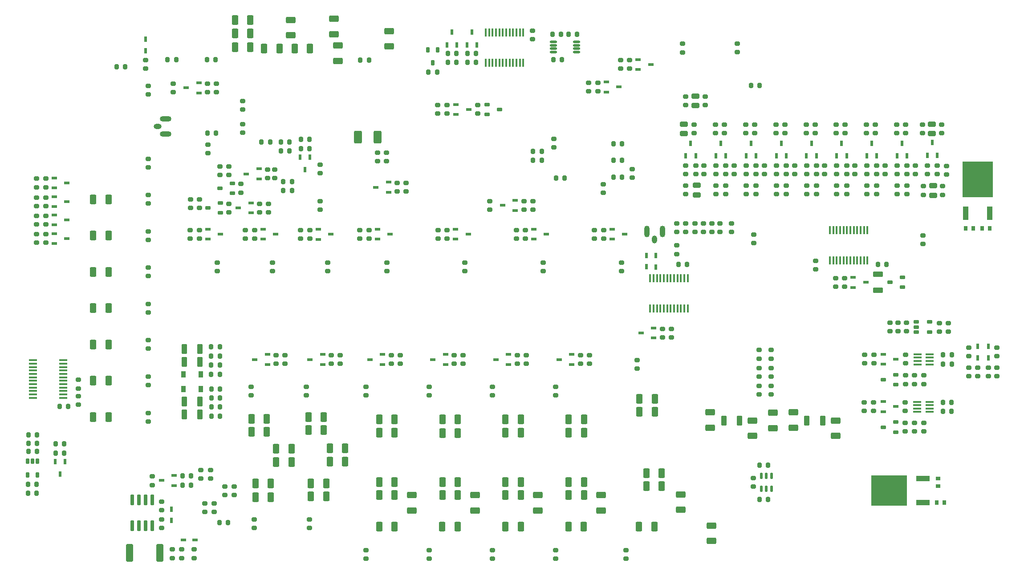
<source format=gbp>
G04*
G04 #@! TF.GenerationSoftware,Altium Limited,Altium Designer,24.4.1 (13)*
G04*
G04 Layer_Color=128*
%FSLAX26Y26*%
%MOIN*%
G70*
G04*
G04 #@! TF.SameCoordinates,3F108B2F-3CCF-4823-96B3-378CED877835*
G04*
G04*
G04 #@! TF.FilePolarity,Positive*
G04*
G01*
G75*
G04:AMPARAMS|DCode=23|XSize=31.496mil|YSize=37.402mil|CornerRadius=5.197mil|HoleSize=0mil|Usage=FLASHONLY|Rotation=180.000|XOffset=0mil|YOffset=0mil|HoleType=Round|Shape=RoundedRectangle|*
%AMROUNDEDRECTD23*
21,1,0.031496,0.027008,0,0,180.0*
21,1,0.021102,0.037402,0,0,180.0*
1,1,0.010394,-0.010551,0.013504*
1,1,0.010394,0.010551,0.013504*
1,1,0.010394,0.010551,-0.013504*
1,1,0.010394,-0.010551,-0.013504*
%
%ADD23ROUNDEDRECTD23*%
G04:AMPARAMS|DCode=24|XSize=31.496mil|YSize=37.402mil|CornerRadius=5.197mil|HoleSize=0mil|Usage=FLASHONLY|Rotation=270.000|XOffset=0mil|YOffset=0mil|HoleType=Round|Shape=RoundedRectangle|*
%AMROUNDEDRECTD24*
21,1,0.031496,0.027008,0,0,270.0*
21,1,0.021102,0.037402,0,0,270.0*
1,1,0.010394,-0.013504,-0.010551*
1,1,0.010394,-0.013504,0.010551*
1,1,0.010394,0.013504,0.010551*
1,1,0.010394,0.013504,-0.010551*
%
%ADD24ROUNDEDRECTD24*%
G04:AMPARAMS|DCode=30|XSize=41.732mil|YSize=19.685mil|CornerRadius=1.968mil|HoleSize=0mil|Usage=FLASHONLY|Rotation=0.000|XOffset=0mil|YOffset=0mil|HoleType=Round|Shape=RoundedRectangle|*
%AMROUNDEDRECTD30*
21,1,0.041732,0.015748,0,0,0.0*
21,1,0.037795,0.019685,0,0,0.0*
1,1,0.003937,0.018898,-0.007874*
1,1,0.003937,-0.018898,-0.007874*
1,1,0.003937,-0.018898,0.007874*
1,1,0.003937,0.018898,0.007874*
%
%ADD30ROUNDEDRECTD30*%
G04:AMPARAMS|DCode=40|XSize=59.055mil|YSize=94.488mil|CornerRadius=10.335mil|HoleSize=0mil|Usage=FLASHONLY|Rotation=180.000|XOffset=0mil|YOffset=0mil|HoleType=Round|Shape=RoundedRectangle|*
%AMROUNDEDRECTD40*
21,1,0.059055,0.073819,0,0,180.0*
21,1,0.038386,0.094488,0,0,180.0*
1,1,0.020669,-0.019193,0.036910*
1,1,0.020669,0.019193,0.036910*
1,1,0.020669,0.019193,-0.036910*
1,1,0.020669,-0.019193,-0.036910*
%
%ADD40ROUNDEDRECTD40*%
G04:AMPARAMS|DCode=45|XSize=39.37mil|YSize=59.055mil|CornerRadius=6.496mil|HoleSize=0mil|Usage=FLASHONLY|Rotation=270.000|XOffset=0mil|YOffset=0mil|HoleType=Round|Shape=RoundedRectangle|*
%AMROUNDEDRECTD45*
21,1,0.039370,0.046063,0,0,270.0*
21,1,0.026378,0.059055,0,0,270.0*
1,1,0.012992,-0.023032,-0.013189*
1,1,0.012992,-0.023032,0.013189*
1,1,0.012992,0.023032,0.013189*
1,1,0.012992,0.023032,-0.013189*
%
%ADD45ROUNDEDRECTD45*%
G04:AMPARAMS|DCode=54|XSize=27.559mil|YSize=36.614mil|CornerRadius=4.547mil|HoleSize=0mil|Usage=FLASHONLY|Rotation=0.000|XOffset=0mil|YOffset=0mil|HoleType=Round|Shape=RoundedRectangle|*
%AMROUNDEDRECTD54*
21,1,0.027559,0.027520,0,0,0.0*
21,1,0.018465,0.036614,0,0,0.0*
1,1,0.009094,0.009232,-0.013760*
1,1,0.009094,-0.009232,-0.013760*
1,1,0.009094,-0.009232,0.013760*
1,1,0.009094,0.009232,0.013760*
%
%ADD54ROUNDEDRECTD54*%
%ADD55R,0.023622X0.043307*%
%ADD56R,0.043307X0.023622*%
G04:AMPARAMS|DCode=57|XSize=23.622mil|YSize=39.37mil|CornerRadius=3.543mil|HoleSize=0mil|Usage=FLASHONLY|Rotation=270.000|XOffset=0mil|YOffset=0mil|HoleType=Round|Shape=RoundedRectangle|*
%AMROUNDEDRECTD57*
21,1,0.023622,0.032283,0,0,270.0*
21,1,0.016535,0.039370,0,0,270.0*
1,1,0.007087,-0.016142,-0.008268*
1,1,0.007087,-0.016142,0.008268*
1,1,0.007087,0.016142,0.008268*
1,1,0.007087,0.016142,-0.008268*
%
%ADD57ROUNDEDRECTD57*%
%ADD66O,0.086614X0.041339*%
%ADD67O,0.059055X0.039370*%
G04:AMPARAMS|DCode=80|XSize=41.732mil|YSize=19.685mil|CornerRadius=1.968mil|HoleSize=0mil|Usage=FLASHONLY|Rotation=90.000|XOffset=0mil|YOffset=0mil|HoleType=Round|Shape=RoundedRectangle|*
%AMROUNDEDRECTD80*
21,1,0.041732,0.015748,0,0,90.0*
21,1,0.037795,0.019685,0,0,90.0*
1,1,0.003937,0.007874,0.018898*
1,1,0.003937,0.007874,-0.018898*
1,1,0.003937,-0.007874,-0.018898*
1,1,0.003937,-0.007874,0.018898*
%
%ADD80ROUNDEDRECTD80*%
G04:AMPARAMS|DCode=124|XSize=47.638mil|YSize=71.653mil|CornerRadius=7.86mil|HoleSize=0mil|Usage=FLASHONLY|Rotation=270.000|XOffset=0mil|YOffset=0mil|HoleType=Round|Shape=RoundedRectangle|*
%AMROUNDEDRECTD124*
21,1,0.047638,0.055933,0,0,270.0*
21,1,0.031917,0.071653,0,0,270.0*
1,1,0.015720,-0.027967,-0.015959*
1,1,0.015720,-0.027967,0.015959*
1,1,0.015720,0.027967,0.015959*
1,1,0.015720,0.027967,-0.015959*
%
%ADD124ROUNDEDRECTD124*%
%ADD125O,0.057087X0.017716*%
%ADD126R,0.102362X0.039370*%
%ADD127R,0.267716X0.228346*%
%ADD128O,0.021654X0.050787*%
G04:AMPARAMS|DCode=129|XSize=43.307mil|YSize=70.866mil|CornerRadius=4.331mil|HoleSize=0mil|Usage=FLASHONLY|Rotation=0.000|XOffset=0mil|YOffset=0mil|HoleType=Round|Shape=RoundedRectangle|*
%AMROUNDEDRECTD129*
21,1,0.043307,0.062205,0,0,0.0*
21,1,0.034646,0.070866,0,0,0.0*
1,1,0.008661,0.017323,-0.031102*
1,1,0.008661,-0.017323,-0.031102*
1,1,0.008661,-0.017323,0.031102*
1,1,0.008661,0.017323,0.031102*
%
%ADD129ROUNDEDRECTD129*%
G04:AMPARAMS|DCode=130|XSize=47.638mil|YSize=71.653mil|CornerRadius=7.86mil|HoleSize=0mil|Usage=FLASHONLY|Rotation=180.000|XOffset=0mil|YOffset=0mil|HoleType=Round|Shape=RoundedRectangle|*
%AMROUNDEDRECTD130*
21,1,0.047638,0.055933,0,0,180.0*
21,1,0.031917,0.071653,0,0,180.0*
1,1,0.015720,-0.015959,0.027967*
1,1,0.015720,0.015959,0.027967*
1,1,0.015720,0.015959,-0.027967*
1,1,0.015720,-0.015959,-0.027967*
%
%ADD130ROUNDEDRECTD130*%
G04:AMPARAMS|DCode=131|XSize=27.559mil|YSize=36.614mil|CornerRadius=4.547mil|HoleSize=0mil|Usage=FLASHONLY|Rotation=90.000|XOffset=0mil|YOffset=0mil|HoleType=Round|Shape=RoundedRectangle|*
%AMROUNDEDRECTD131*
21,1,0.027559,0.027520,0,0,90.0*
21,1,0.018465,0.036614,0,0,90.0*
1,1,0.009094,0.013760,0.009232*
1,1,0.009094,0.013760,-0.009232*
1,1,0.009094,-0.013760,-0.009232*
1,1,0.009094,-0.013760,0.009232*
%
%ADD131ROUNDEDRECTD131*%
%ADD132O,0.016142X0.061811*%
%ADD133R,0.228346X0.267716*%
%ADD134R,0.039370X0.102362*%
%ADD135R,0.060000X0.017000*%
G04:AMPARAMS|DCode=136|XSize=23.622mil|YSize=78.74mil|CornerRadius=4.134mil|HoleSize=0mil|Usage=FLASHONLY|Rotation=180.000|XOffset=0mil|YOffset=0mil|HoleType=Round|Shape=RoundedRectangle|*
%AMROUNDEDRECTD136*
21,1,0.023622,0.070473,0,0,180.0*
21,1,0.015354,0.078740,0,0,180.0*
1,1,0.008268,-0.007677,0.035236*
1,1,0.008268,0.007677,0.035236*
1,1,0.008268,0.007677,-0.035236*
1,1,0.008268,-0.007677,-0.035236*
%
%ADD136ROUNDEDRECTD136*%
G04:AMPARAMS|DCode=137|XSize=23.622mil|YSize=39.37mil|CornerRadius=3.543mil|HoleSize=0mil|Usage=FLASHONLY|Rotation=180.000|XOffset=0mil|YOffset=0mil|HoleType=Round|Shape=RoundedRectangle|*
%AMROUNDEDRECTD137*
21,1,0.023622,0.032283,0,0,180.0*
21,1,0.016535,0.039370,0,0,180.0*
1,1,0.007087,-0.008268,0.016142*
1,1,0.007087,0.008268,0.016142*
1,1,0.007087,0.008268,-0.016142*
1,1,0.007087,-0.008268,-0.016142*
%
%ADD137ROUNDEDRECTD137*%
%ADD138R,0.035827X0.048032*%
%ADD139O,0.061811X0.016142*%
G04:AMPARAMS|DCode=140|XSize=43.307mil|YSize=23.622mil|CornerRadius=4.134mil|HoleSize=0mil|Usage=FLASHONLY|Rotation=270.000|XOffset=0mil|YOffset=0mil|HoleType=Round|Shape=RoundedRectangle|*
%AMROUNDEDRECTD140*
21,1,0.043307,0.015354,0,0,270.0*
21,1,0.035039,0.023622,0,0,270.0*
1,1,0.008268,-0.007677,-0.017520*
1,1,0.008268,-0.007677,0.017520*
1,1,0.008268,0.007677,0.017520*
1,1,0.008268,0.007677,-0.017520*
%
%ADD140ROUNDEDRECTD140*%
%ADD141O,0.039370X0.059055*%
%ADD142O,0.041339X0.086614*%
G04:AMPARAMS|DCode=143|XSize=43.307mil|YSize=23.622mil|CornerRadius=4.134mil|HoleSize=0mil|Usage=FLASHONLY|Rotation=0.000|XOffset=0mil|YOffset=0mil|HoleType=Round|Shape=RoundedRectangle|*
%AMROUNDEDRECTD143*
21,1,0.043307,0.015354,0,0,0.0*
21,1,0.035039,0.023622,0,0,0.0*
1,1,0.008268,0.017520,-0.007677*
1,1,0.008268,-0.017520,-0.007677*
1,1,0.008268,-0.017520,0.007677*
1,1,0.008268,0.017520,0.007677*
%
%ADD143ROUNDEDRECTD143*%
G04:AMPARAMS|DCode=144|XSize=43.307mil|YSize=70.866mil|CornerRadius=4.331mil|HoleSize=0mil|Usage=FLASHONLY|Rotation=90.000|XOffset=0mil|YOffset=0mil|HoleType=Round|Shape=RoundedRectangle|*
%AMROUNDEDRECTD144*
21,1,0.043307,0.062205,0,0,90.0*
21,1,0.034646,0.070866,0,0,90.0*
1,1,0.008661,0.031102,0.017323*
1,1,0.008661,0.031102,-0.017323*
1,1,0.008661,-0.031102,-0.017323*
1,1,0.008661,-0.031102,0.017323*
%
%ADD144ROUNDEDRECTD144*%
G04:AMPARAMS|DCode=145|XSize=51.181mil|YSize=131.89mil|CornerRadius=5.118mil|HoleSize=0mil|Usage=FLASHONLY|Rotation=180.000|XOffset=0mil|YOffset=0mil|HoleType=Round|Shape=RoundedRectangle|*
%AMROUNDEDRECTD145*
21,1,0.051181,0.121654,0,0,180.0*
21,1,0.040945,0.131890,0,0,180.0*
1,1,0.010236,-0.020473,0.060827*
1,1,0.010236,0.020473,0.060827*
1,1,0.010236,0.020473,-0.060827*
1,1,0.010236,-0.020473,-0.060827*
%
%ADD145ROUNDEDRECTD145*%
D23*
X2220550Y3307636D02*
D03*
X2156771D02*
D03*
X2220550Y3239723D02*
D03*
X2156771D02*
D03*
X2089961Y2992126D02*
D03*
X2026181D02*
D03*
Y2926181D02*
D03*
X2089961D02*
D03*
X4041929Y4095472D02*
D03*
X4105709D02*
D03*
X4225787D02*
D03*
X4162008D02*
D03*
X4111024Y3904921D02*
D03*
X4047244D02*
D03*
X5592126Y612211D02*
D03*
X5655905D02*
D03*
Y870079D02*
D03*
X5592126D02*
D03*
X1926491Y3288935D02*
D03*
X1862711D02*
D03*
X2006991D02*
D03*
X2070771D02*
D03*
X2007480Y3222242D02*
D03*
X2071260D02*
D03*
X6476378Y2372835D02*
D03*
X6540158D02*
D03*
X5592323Y3710630D02*
D03*
X5528543D02*
D03*
X1611614Y439961D02*
D03*
X1547835D02*
D03*
X4562402Y3275591D02*
D03*
X4498622D02*
D03*
X180512Y1095473D02*
D03*
X116732D02*
D03*
X7028938Y1271230D02*
D03*
X6965159D02*
D03*
X842913Y3852362D02*
D03*
X779134D02*
D03*
X321861Y1027544D02*
D03*
X385641D02*
D03*
X7029847Y1626621D02*
D03*
X6966067D02*
D03*
X3469488Y3884685D02*
D03*
X3405709D02*
D03*
X3320276Y3884377D02*
D03*
X3256496D02*
D03*
X1549731Y1686024D02*
D03*
X1485951D02*
D03*
X1486345Y1304134D02*
D03*
X1550125Y1304134D02*
D03*
X1549731Y1618110D02*
D03*
X1485951D02*
D03*
X1550125Y1372047D02*
D03*
X1486345D02*
D03*
X1334100Y718504D02*
D03*
X1270320D02*
D03*
X1270276Y787402D02*
D03*
X1334055D02*
D03*
X7028938Y1338758D02*
D03*
X6965159D02*
D03*
X7029847Y1694149D02*
D03*
X6966067D02*
D03*
X4130905Y3018701D02*
D03*
X4067126D02*
D03*
X385641Y959630D02*
D03*
X321861D02*
D03*
X116732Y971457D02*
D03*
X180512D02*
D03*
Y1033465D02*
D03*
X116732D02*
D03*
X113779Y724409D02*
D03*
X177559D02*
D03*
X113779Y657480D02*
D03*
X177559D02*
D03*
X350984Y1308071D02*
D03*
X414764D02*
D03*
X3405709Y3952599D02*
D03*
X3469488D02*
D03*
X3256496Y3952290D02*
D03*
X3320276D02*
D03*
X1159449Y3904528D02*
D03*
X1223229D02*
D03*
X1453346D02*
D03*
X1517126D02*
D03*
X2602559Y3902489D02*
D03*
X2666339D02*
D03*
X3176575Y3811024D02*
D03*
X3112795D02*
D03*
X1549731Y1753937D02*
D03*
X1485951D02*
D03*
X1550125Y1236221D02*
D03*
X1486345D02*
D03*
X1549731Y1550197D02*
D03*
X1485951D02*
D03*
X1486345Y1439960D02*
D03*
X1550125D02*
D03*
X4497834Y3024209D02*
D03*
X4561614D02*
D03*
X3960039Y3152559D02*
D03*
X3896260D02*
D03*
X3960039Y3218504D02*
D03*
X3896260D02*
D03*
X4497638Y3150591D02*
D03*
X4561417D02*
D03*
X1457283Y3355315D02*
D03*
X1521063D02*
D03*
X4983267Y2372834D02*
D03*
X5047047D02*
D03*
D24*
X2302165Y3054134D02*
D03*
Y3117914D02*
D03*
X492126Y1322544D02*
D03*
Y1386324D02*
D03*
Y1443504D02*
D03*
Y1507284D02*
D03*
X1847874Y2826509D02*
D03*
Y2762730D02*
D03*
X1914042D02*
D03*
Y2826509D02*
D03*
X1962598Y3017913D02*
D03*
Y3081693D02*
D03*
X5543307Y773032D02*
D03*
Y709252D02*
D03*
X6010885Y2334280D02*
D03*
Y2398060D02*
D03*
X5677165Y1730709D02*
D03*
Y1666929D02*
D03*
X5587598Y1730709D02*
D03*
Y1666929D02*
D03*
X5677165Y1596161D02*
D03*
Y1532382D02*
D03*
X5587598Y1596161D02*
D03*
Y1532382D02*
D03*
Y1461614D02*
D03*
Y1397834D02*
D03*
X5677165D02*
D03*
Y1461614D02*
D03*
X1708439Y2910355D02*
D03*
Y2974134D02*
D03*
X1908105Y3081693D02*
D03*
Y3017913D02*
D03*
X1619410Y2762992D02*
D03*
Y2826772D02*
D03*
X6810039Y3354921D02*
D03*
Y3418701D02*
D03*
X3894250Y2782088D02*
D03*
Y2845867D02*
D03*
X4550632Y3900985D02*
D03*
Y3837206D02*
D03*
X5424213Y3961220D02*
D03*
Y4025000D02*
D03*
X4311899Y3732472D02*
D03*
Y3668692D02*
D03*
X4379813D02*
D03*
Y3732472D02*
D03*
X1201772Y3662008D02*
D03*
Y3725787D02*
D03*
X1457242Y3725786D02*
D03*
Y3662007D02*
D03*
X1525156D02*
D03*
Y3725786D02*
D03*
X1481299Y769685D02*
D03*
Y833465D02*
D03*
X1409603Y769509D02*
D03*
Y833288D02*
D03*
X7368920Y1684646D02*
D03*
Y1748425D02*
D03*
X7158465D02*
D03*
Y1684646D02*
D03*
X7158377Y1535385D02*
D03*
Y1599165D02*
D03*
X7224322Y1535385D02*
D03*
Y1599165D02*
D03*
X7303063Y1535385D02*
D03*
Y1599165D02*
D03*
X7369007Y1535385D02*
D03*
Y1599165D02*
D03*
X4050197Y3249606D02*
D03*
Y3313386D02*
D03*
X3250000Y3500590D02*
D03*
Y3564370D02*
D03*
X3481299Y3500590D02*
D03*
Y3564370D02*
D03*
X3182087Y3565039D02*
D03*
Y3501260D02*
D03*
X4618545Y3837206D02*
D03*
Y3900985D02*
D03*
X5013780Y3960237D02*
D03*
Y4024016D02*
D03*
X1507680Y517338D02*
D03*
Y581118D02*
D03*
X1439459Y581130D02*
D03*
Y517351D02*
D03*
X1657480Y644291D02*
D03*
Y708071D02*
D03*
X1589567D02*
D03*
Y644291D02*
D03*
X1809055Y462992D02*
D03*
Y399212D02*
D03*
X994095Y3902953D02*
D03*
Y3839173D02*
D03*
X4972441Y2514173D02*
D03*
Y2450394D02*
D03*
X1113189Y594882D02*
D03*
X1044291Y720079D02*
D03*
X4590551Y168307D02*
D03*
Y232086D02*
D03*
X4676181Y1591141D02*
D03*
Y1654921D02*
D03*
X4063977Y168897D02*
D03*
Y232677D02*
D03*
X4063977Y1393307D02*
D03*
Y1457086D02*
D03*
X3590551Y168898D02*
D03*
Y232677D02*
D03*
X3590551Y1393307D02*
D03*
Y1457087D02*
D03*
X3118110Y168898D02*
D03*
Y232677D02*
D03*
X3118110Y1393307D02*
D03*
Y1457087D02*
D03*
X2645669Y168898D02*
D03*
Y232677D02*
D03*
X2645669Y1393307D02*
D03*
Y1457087D02*
D03*
X2222441Y399384D02*
D03*
Y463163D02*
D03*
X2197835Y1392322D02*
D03*
Y1456102D02*
D03*
X1784449Y1392913D02*
D03*
Y1456693D02*
D03*
X5339173Y3047835D02*
D03*
Y3111614D02*
D03*
X6243110Y3047835D02*
D03*
Y3111614D02*
D03*
X6017126Y3047835D02*
D03*
Y3111614D02*
D03*
X5791382Y3048074D02*
D03*
Y3111854D02*
D03*
X5565157Y3048228D02*
D03*
Y3112008D02*
D03*
X5265354Y3111614D02*
D03*
Y3047835D02*
D03*
X5491578Y3111854D02*
D03*
Y3048074D02*
D03*
X5717323Y3111614D02*
D03*
Y3047835D02*
D03*
X5943307Y3111614D02*
D03*
Y3047835D02*
D03*
X6169291Y3111614D02*
D03*
Y3047835D02*
D03*
X6395276Y3112008D02*
D03*
Y3048228D02*
D03*
X6305118Y3111614D02*
D03*
Y3047835D02*
D03*
X6079134Y3111614D02*
D03*
Y3047835D02*
D03*
X5853150Y3111614D02*
D03*
Y3047835D02*
D03*
X5627165Y3111614D02*
D03*
Y3047835D02*
D03*
X5401181Y3111614D02*
D03*
Y3047835D02*
D03*
X5175197Y3111614D02*
D03*
Y3047835D02*
D03*
X5113429Y3048074D02*
D03*
Y3111854D02*
D03*
X5039370Y3111614D02*
D03*
Y3047835D02*
D03*
X5036417Y2615945D02*
D03*
Y2679725D02*
D03*
X5382874Y2614961D02*
D03*
Y2678741D02*
D03*
X5294538Y2615738D02*
D03*
Y2679518D02*
D03*
X5233844Y2615743D02*
D03*
Y2679523D02*
D03*
X5170129Y2615749D02*
D03*
Y2679528D02*
D03*
X5106448Y2615749D02*
D03*
Y2679528D02*
D03*
X6819362Y2957372D02*
D03*
Y2893592D02*
D03*
X6160864Y2205906D02*
D03*
Y2269685D02*
D03*
X6617914Y3418976D02*
D03*
Y3355197D02*
D03*
X6621260Y2961417D02*
D03*
Y2897638D02*
D03*
X6391929Y3418976D02*
D03*
Y3355197D02*
D03*
X6395276Y2961417D02*
D03*
Y2897638D02*
D03*
X6165945Y3418976D02*
D03*
Y3355197D02*
D03*
X6169291Y2961024D02*
D03*
Y2897244D02*
D03*
X5713976Y3418976D02*
D03*
Y3355197D02*
D03*
X5717323Y2961024D02*
D03*
Y2897244D02*
D03*
X5939961Y3418976D02*
D03*
Y3355197D02*
D03*
X5943307Y2961024D02*
D03*
Y2897244D02*
D03*
X5487992Y3418976D02*
D03*
Y3355197D02*
D03*
X5491338Y2961024D02*
D03*
Y2897244D02*
D03*
X5262008Y3418976D02*
D03*
Y3355197D02*
D03*
X6992884Y3110049D02*
D03*
Y3046270D02*
D03*
X6847244Y3112008D02*
D03*
Y3048228D02*
D03*
X6757087Y3112008D02*
D03*
Y3048228D02*
D03*
X6621260Y3112008D02*
D03*
Y3048228D02*
D03*
X6531102Y3112008D02*
D03*
Y3048228D02*
D03*
X6375986Y1275372D02*
D03*
Y1339151D02*
D03*
X6376970Y1630687D02*
D03*
Y1694466D02*
D03*
X178976Y2950394D02*
D03*
Y3014173D02*
D03*
X1263780Y173819D02*
D03*
Y237599D02*
D03*
X1194882Y173819D02*
D03*
Y237599D02*
D03*
X6682088Y1121828D02*
D03*
Y1185608D02*
D03*
X6683072Y1477143D02*
D03*
Y1540923D02*
D03*
X178976Y2534055D02*
D03*
Y2597835D02*
D03*
X4355315Y2566535D02*
D03*
Y2630314D02*
D03*
X3769685Y2566536D02*
D03*
Y2630316D02*
D03*
X3184055Y2566535D02*
D03*
Y2630315D02*
D03*
X2598425Y2566535D02*
D03*
Y2630315D02*
D03*
X2155512Y2565945D02*
D03*
Y2629724D02*
D03*
X1742126Y2566535D02*
D03*
Y2630315D02*
D03*
X1328740Y2566535D02*
D03*
Y2630315D02*
D03*
X2945431Y2981692D02*
D03*
Y2917912D02*
D03*
X1359252Y237599D02*
D03*
Y173819D02*
D03*
X1044291Y783858D02*
D03*
X1113189Y531102D02*
D03*
X1113189Y398228D02*
D03*
Y462008D02*
D03*
X5265354Y2961024D02*
D03*
Y2897244D02*
D03*
X6821852Y1121828D02*
D03*
Y1185608D02*
D03*
X6751970D02*
D03*
Y1121828D02*
D03*
X6822836Y1477143D02*
D03*
Y1540923D02*
D03*
X6752954D02*
D03*
Y1477143D02*
D03*
X179134Y2809646D02*
D03*
Y2873425D02*
D03*
X178976Y2672835D02*
D03*
Y2736614D02*
D03*
X5038386Y3628347D02*
D03*
Y3564567D02*
D03*
X4930341Y1890157D02*
D03*
Y1826378D02*
D03*
X4318898Y1628543D02*
D03*
Y1692323D02*
D03*
X3844711Y1628543D02*
D03*
Y1692323D02*
D03*
X3372270Y1628543D02*
D03*
Y1692323D02*
D03*
X2899829Y1628543D02*
D03*
Y1692323D02*
D03*
X2451994Y1628543D02*
D03*
Y1692323D02*
D03*
X2038609Y1628149D02*
D03*
Y1691929D02*
D03*
X6566929Y1872638D02*
D03*
Y1936417D02*
D03*
X246890Y3014173D02*
D03*
Y2950394D02*
D03*
Y2597835D02*
D03*
Y2534055D02*
D03*
Y2873425D02*
D03*
Y2809646D02*
D03*
Y2736614D02*
D03*
Y2672835D02*
D03*
X6954204Y3418986D02*
D03*
Y3355206D02*
D03*
X6228778Y2269685D02*
D03*
Y2205906D02*
D03*
X6814238Y2525988D02*
D03*
Y2589767D02*
D03*
X5547505Y2596658D02*
D03*
Y2532878D02*
D03*
X6960110Y2893592D02*
D03*
Y2957372D02*
D03*
X6920909Y3048468D02*
D03*
Y3112248D02*
D03*
X6684843Y3355197D02*
D03*
Y3418976D02*
D03*
X6695079Y2961417D02*
D03*
Y2897638D02*
D03*
X6695319Y3048468D02*
D03*
Y3112248D02*
D03*
X6469095Y3048228D02*
D03*
Y3112008D02*
D03*
X2730521Y3144365D02*
D03*
Y3208145D02*
D03*
X2799213Y3144365D02*
D03*
Y3208145D02*
D03*
X1015748Y2284646D02*
D03*
Y2348426D02*
D03*
X1015748Y1468701D02*
D03*
Y1532481D02*
D03*
X1015748Y1740748D02*
D03*
Y1804528D02*
D03*
Y2012402D02*
D03*
Y2076182D02*
D03*
X1015748Y2556300D02*
D03*
Y2620079D02*
D03*
X1015748Y2828347D02*
D03*
Y2892126D02*
D03*
X1016146Y1196496D02*
D03*
Y1260276D02*
D03*
X1015748Y3100000D02*
D03*
Y3163780D02*
D03*
X1015748Y3643898D02*
D03*
Y3707678D02*
D03*
X4423228Y2630314D02*
D03*
Y2566535D02*
D03*
X3837599Y2630316D02*
D03*
Y2566536D02*
D03*
X3251969Y2630315D02*
D03*
Y2566535D02*
D03*
X2666339Y2630315D02*
D03*
Y2566535D02*
D03*
X2223425Y2629724D02*
D03*
Y2565945D02*
D03*
X1810039Y2630315D02*
D03*
Y2566535D02*
D03*
X1396654Y2630315D02*
D03*
Y2566535D02*
D03*
X4557087Y2322441D02*
D03*
Y2386220D02*
D03*
X3971457Y2322441D02*
D03*
Y2386221D02*
D03*
X3385827Y2322441D02*
D03*
Y2386221D02*
D03*
X2800197Y2322441D02*
D03*
Y2386221D02*
D03*
X2357284Y2321851D02*
D03*
Y2385630D02*
D03*
X1943898Y2322441D02*
D03*
Y2386221D02*
D03*
X1530512Y2322441D02*
D03*
Y2386220D02*
D03*
X4419882Y2971850D02*
D03*
Y2908071D02*
D03*
X4638779Y3087008D02*
D03*
Y3023228D02*
D03*
X1398622Y2858661D02*
D03*
Y2794882D02*
D03*
X1332677D02*
D03*
Y2858661D02*
D03*
X1462520Y3205827D02*
D03*
Y3269606D02*
D03*
X1550985Y3106693D02*
D03*
Y3042913D02*
D03*
X1616929D02*
D03*
Y3106693D02*
D03*
X1719661Y3532362D02*
D03*
Y3596142D02*
D03*
X1719724Y3422425D02*
D03*
Y3358646D02*
D03*
X3826337Y2782088D02*
D03*
Y2845867D02*
D03*
X3570866Y2782087D02*
D03*
Y2845867D02*
D03*
X2877518Y2917912D02*
D03*
Y2981692D02*
D03*
X2302165Y2845867D02*
D03*
Y2782087D02*
D03*
X6690945Y1872638D02*
D03*
Y1936417D02*
D03*
X6628937D02*
D03*
Y1872638D02*
D03*
X7004922Y1869685D02*
D03*
Y1933465D02*
D03*
X6937992Y1869685D02*
D03*
Y1933465D02*
D03*
X6458858Y3355197D02*
D03*
Y3418976D02*
D03*
X6469095Y2961417D02*
D03*
Y2897638D02*
D03*
X6682088Y1339151D02*
D03*
Y1275372D02*
D03*
X6682996Y1694543D02*
D03*
Y1630763D02*
D03*
X6232874Y3355197D02*
D03*
Y3418976D02*
D03*
X6243110Y2961024D02*
D03*
Y2897244D02*
D03*
X6445868Y1339151D02*
D03*
Y1275372D02*
D03*
X6446852Y1694466D02*
D03*
Y1630687D02*
D03*
X5780905Y3355197D02*
D03*
Y3418976D02*
D03*
X5791142Y2961024D02*
D03*
Y2897244D02*
D03*
X6006890Y3355197D02*
D03*
Y3418976D02*
D03*
X6017126Y2961024D02*
D03*
Y2897244D02*
D03*
X5328937Y3355197D02*
D03*
Y3418976D02*
D03*
X5554921Y3355197D02*
D03*
Y3418976D02*
D03*
X5565157Y2961024D02*
D03*
Y2897244D02*
D03*
X5339173Y2961024D02*
D03*
Y2897244D02*
D03*
X5102953Y3418976D02*
D03*
Y3355197D02*
D03*
X5039370Y2897244D02*
D03*
Y2961024D02*
D03*
X5185039Y3564567D02*
D03*
Y3628347D02*
D03*
X4972441Y2615945D02*
D03*
Y2679725D02*
D03*
X4864174Y1826378D02*
D03*
Y1890157D02*
D03*
X4251969Y1628543D02*
D03*
Y1692323D02*
D03*
X3778544Y1628543D02*
D03*
Y1692323D02*
D03*
X3306103Y1628543D02*
D03*
Y1692323D02*
D03*
X2833662Y1628543D02*
D03*
Y1692323D02*
D03*
X2385827Y1628543D02*
D03*
Y1692323D02*
D03*
X1972441Y1628149D02*
D03*
Y1691929D02*
D03*
X3892717Y4059646D02*
D03*
Y4123425D02*
D03*
D30*
X1364857Y308517D02*
D03*
X1279424D02*
D03*
D40*
X2584646Y3324803D02*
D03*
X2730315D02*
D03*
D45*
X6882874Y3422244D02*
D03*
Y3351378D02*
D03*
X6889764Y2889764D02*
D03*
Y2960630D02*
D03*
X5024606Y3422244D02*
D03*
Y3351378D02*
D03*
X5121063Y2964567D02*
D03*
Y2893701D02*
D03*
X5111221Y3561023D02*
D03*
Y3631890D02*
D03*
D54*
X6974410Y588386D02*
D03*
X6918504D02*
D03*
X7259449Y2643700D02*
D03*
X7315354D02*
D03*
X7191339Y2643701D02*
D03*
X7135433D02*
D03*
D55*
X2188661Y3081101D02*
D03*
X2226062Y3175589D02*
D03*
X2151259D02*
D03*
X316349Y895496D02*
D03*
X391152D02*
D03*
X353751Y801008D02*
D03*
X6883858Y3284449D02*
D03*
X6846457Y3189961D02*
D03*
X6921260D02*
D03*
X6657917Y3280394D02*
D03*
X6620516Y3185906D02*
D03*
X6695319D02*
D03*
X6431933Y3280394D02*
D03*
X6394531Y3185906D02*
D03*
X6469334D02*
D03*
X6205949Y3280000D02*
D03*
X6168547Y3185512D02*
D03*
X6243350D02*
D03*
X5979964Y3280000D02*
D03*
X5942563Y3185512D02*
D03*
X6017366D02*
D03*
X5302011Y3280000D02*
D03*
X5264610Y3185512D02*
D03*
X5339413D02*
D03*
X5753980Y3280000D02*
D03*
X5716578Y3185512D02*
D03*
X5791382D02*
D03*
X3437598Y4111221D02*
D03*
X3400197Y4016733D02*
D03*
X3475000D02*
D03*
X3288386Y4110912D02*
D03*
X3250984Y4016424D02*
D03*
X3325787D02*
D03*
X5527996Y3280000D02*
D03*
X5490594Y3185512D02*
D03*
X5565397D02*
D03*
X5076027Y3280000D02*
D03*
X5038626Y3185512D02*
D03*
X5113429D02*
D03*
D56*
X1783740Y2832021D02*
D03*
Y2757218D02*
D03*
X1689252Y2794619D02*
D03*
X1843971Y3087205D02*
D03*
Y3012401D02*
D03*
X1749483Y3049803D02*
D03*
X2813384Y2987204D02*
D03*
Y2912401D02*
D03*
X2718896Y2949802D02*
D03*
X3762203Y2851379D02*
D03*
Y2776576D02*
D03*
X3667715Y2813978D02*
D03*
X4682679Y3831694D02*
D03*
Y3906497D02*
D03*
X4777167Y3869096D02*
D03*
X4443947Y3663180D02*
D03*
Y3737983D02*
D03*
X4538435Y3700582D02*
D03*
X1393108Y3731298D02*
D03*
Y3656495D02*
D03*
X1298620Y3693896D02*
D03*
X3318898Y3495079D02*
D03*
Y3569882D02*
D03*
X3413386Y3532480D02*
D03*
X6611222Y1307262D02*
D03*
X6516734Y1344663D02*
D03*
Y1269860D02*
D03*
X405512Y2982284D02*
D03*
X311024Y3019685D02*
D03*
Y2944882D02*
D03*
X405512Y2565945D02*
D03*
X311024Y2603347D02*
D03*
Y2528543D02*
D03*
X405512Y2841536D02*
D03*
X311024Y2878937D02*
D03*
Y2804134D02*
D03*
X405512Y2704724D02*
D03*
X311024Y2742126D02*
D03*
Y2667323D02*
D03*
X6387400Y2237796D02*
D03*
X6292911Y2275197D02*
D03*
Y2200394D02*
D03*
X6612206Y1662577D02*
D03*
X6517718Y1699978D02*
D03*
Y1625175D02*
D03*
X4581850Y2598424D02*
D03*
X4487362Y2635826D02*
D03*
Y2561023D02*
D03*
X3996221Y2598426D02*
D03*
X3901732Y2635827D02*
D03*
Y2561024D02*
D03*
X3410591Y2598425D02*
D03*
X3316102Y2635827D02*
D03*
Y2561024D02*
D03*
X2824961Y2598425D02*
D03*
X2730473Y2635827D02*
D03*
Y2561024D02*
D03*
X2382047Y2597835D02*
D03*
X2287559Y2635236D02*
D03*
Y2560433D02*
D03*
X1968661Y2598425D02*
D03*
X1874173Y2635827D02*
D03*
Y2561024D02*
D03*
X1555276Y2598425D02*
D03*
X1460787Y2635827D02*
D03*
Y2561024D02*
D03*
X1115158Y753937D02*
D03*
X1209646Y716535D02*
D03*
Y791338D02*
D03*
X4703741Y1858267D02*
D03*
X4798229Y1820866D02*
D03*
Y1895669D02*
D03*
X4091536Y1660433D02*
D03*
X4186024Y1623031D02*
D03*
Y1697834D02*
D03*
X3618110Y1660433D02*
D03*
X3712599Y1623032D02*
D03*
Y1697835D02*
D03*
X3145669Y1660433D02*
D03*
X3240158Y1623032D02*
D03*
Y1697835D02*
D03*
X2673229Y1660433D02*
D03*
X2767717Y1623032D02*
D03*
Y1697835D02*
D03*
X2225394Y1660433D02*
D03*
X2319882Y1623031D02*
D03*
Y1697834D02*
D03*
X1812008Y1660039D02*
D03*
X1906496Y1622638D02*
D03*
Y1697441D02*
D03*
D57*
X1555276Y2832283D02*
D03*
X1460787Y2794882D02*
D03*
X1555276Y2757480D02*
D03*
X1644305Y2904843D02*
D03*
X1549817Y2942244D02*
D03*
X1644305Y2979646D02*
D03*
X3550197Y3495079D02*
D03*
X3644685Y3532480D02*
D03*
X3550197Y3569882D02*
D03*
X6661417Y2201772D02*
D03*
X6566929Y2239173D02*
D03*
X6661417Y2276575D02*
D03*
X6612206Y1471632D02*
D03*
X6517718Y1509033D02*
D03*
X6612206Y1546435D02*
D03*
X6611222Y1116317D02*
D03*
X6516734Y1153718D02*
D03*
X6611222Y1191120D02*
D03*
D66*
X1143695Y3463583D02*
D03*
Y3347441D02*
D03*
D67*
X1083655Y3405512D02*
D03*
D80*
X7303063Y1759204D02*
D03*
Y1673771D02*
D03*
X7224322Y1759204D02*
D03*
Y1673771D02*
D03*
X4815945Y2439191D02*
D03*
Y2353758D02*
D03*
X1188976Y539357D02*
D03*
X4746063Y2439370D02*
D03*
Y2353937D02*
D03*
X994095Y4057480D02*
D03*
Y3972047D02*
D03*
X1188976Y453924D02*
D03*
D124*
X6160433Y1203740D02*
D03*
Y1089567D02*
D03*
X2817913Y4004921D02*
D03*
Y4119095D02*
D03*
X5538386Y1203457D02*
D03*
Y1089284D02*
D03*
X5690669Y1260544D02*
D03*
Y1146371D02*
D03*
X2434069Y3896905D02*
D03*
Y4011079D02*
D03*
X5221457Y1149731D02*
D03*
Y1263904D02*
D03*
X5843504Y1264187D02*
D03*
Y1150014D02*
D03*
X5231299Y415354D02*
D03*
Y301181D02*
D03*
X2406102Y4096398D02*
D03*
X2406102Y4210571D02*
D03*
X2079724Y4089567D02*
D03*
Y4203740D02*
D03*
X5000628Y534864D02*
D03*
Y649037D02*
D03*
X4405570Y530512D02*
D03*
Y644685D02*
D03*
X3932145Y530512D02*
D03*
Y644685D02*
D03*
X3459704Y530512D02*
D03*
Y644685D02*
D03*
X2987263Y530512D02*
D03*
Y644685D02*
D03*
D125*
X4220472Y4038386D02*
D03*
Y4012795D02*
D03*
Y3987205D02*
D03*
Y3961614D02*
D03*
X4047244Y4038386D02*
D03*
Y4012795D02*
D03*
Y3987205D02*
D03*
Y3961614D02*
D03*
D126*
X6813976Y767913D02*
D03*
Y588386D02*
D03*
D127*
X6562008Y678150D02*
D03*
D128*
X5680115Y788586D02*
D03*
X5642713D02*
D03*
X5605312D02*
D03*
Y693704D02*
D03*
X5642713D02*
D03*
X5680115D02*
D03*
D129*
X5323819Y1203457D02*
D03*
X5441929D02*
D03*
X6063976Y1203740D02*
D03*
X5945866D02*
D03*
X1282999Y1643701D02*
D03*
X1401109D02*
D03*
X1282999Y1346457D02*
D03*
X1401109D02*
D03*
Y1740158D02*
D03*
X1282999D02*
D03*
Y1250000D02*
D03*
X1401109D02*
D03*
D130*
X1665354Y4203740D02*
D03*
X1779527D02*
D03*
X1882677Y3989819D02*
D03*
X1996850D02*
D03*
X1818767Y733350D02*
D03*
X1932940D02*
D03*
X1665354Y4102362D02*
D03*
X1779527D02*
D03*
X2110685Y3989819D02*
D03*
X2224858D02*
D03*
X1779527Y3999016D02*
D03*
X1665354D02*
D03*
X716535Y1500591D02*
D03*
X602362D02*
D03*
X716536Y2316535D02*
D03*
X602362D02*
D03*
X716535Y1772638D02*
D03*
X602362D02*
D03*
X716535Y2044291D02*
D03*
X602362D02*
D03*
X716536Y2588189D02*
D03*
X602362D02*
D03*
X716535Y2860236D02*
D03*
X602362D02*
D03*
X716934Y1228385D02*
D03*
X602760D02*
D03*
X4806876Y1367126D02*
D03*
X4692703D02*
D03*
X4806876Y1267716D02*
D03*
X4692703D02*
D03*
X4857284Y710630D02*
D03*
X4743110D02*
D03*
X4857284Y809055D02*
D03*
X4743110D02*
D03*
X4803150Y408465D02*
D03*
X4688976D02*
D03*
X4276575Y1111220D02*
D03*
X4162402D02*
D03*
X4276575Y1210630D02*
D03*
X4162402D02*
D03*
X4276575Y644685D02*
D03*
X4162402D02*
D03*
X4276575Y743110D02*
D03*
X4162402D02*
D03*
X4275591Y408465D02*
D03*
X4161417D02*
D03*
X3803149Y1111221D02*
D03*
X3688976D02*
D03*
X3803149Y1210630D02*
D03*
X3688976D02*
D03*
X3803150Y644685D02*
D03*
X3688977D02*
D03*
X3803149Y743111D02*
D03*
X3688976D02*
D03*
X3803150Y408465D02*
D03*
X3688977D02*
D03*
X3330709Y1109230D02*
D03*
X3216535D02*
D03*
X3330709Y1210630D02*
D03*
X3216535D02*
D03*
X3330709Y644685D02*
D03*
X3216535D02*
D03*
X3330709Y743111D02*
D03*
X3216535D02*
D03*
X3329724Y408465D02*
D03*
X3215551D02*
D03*
X2858267Y1111221D02*
D03*
X2744094D02*
D03*
X2858267Y1210630D02*
D03*
X2744094D02*
D03*
X2858268Y644685D02*
D03*
X2744095D02*
D03*
X2858267Y743111D02*
D03*
X2744094D02*
D03*
X2857283Y408465D02*
D03*
X2743110D02*
D03*
X2327756Y1131890D02*
D03*
X2213583D02*
D03*
X2327756Y1229331D02*
D03*
X2213583D02*
D03*
X2374016Y994094D02*
D03*
X2488189D02*
D03*
X2374016Y895669D02*
D03*
X2488189D02*
D03*
X2346326Y733521D02*
D03*
X2232153D02*
D03*
X2346326Y635096D02*
D03*
X2232153D02*
D03*
X1900905Y1119824D02*
D03*
X1786731D02*
D03*
X1901575Y1214566D02*
D03*
X1787402D02*
D03*
X1972168Y991141D02*
D03*
X2086341D02*
D03*
X1972168Y892716D02*
D03*
X2086341D02*
D03*
X1932940Y627370D02*
D03*
X1818767D02*
D03*
D131*
X6928150Y713189D02*
D03*
Y769095D02*
D03*
D132*
X6118110Y2629724D02*
D03*
X6143701D02*
D03*
X6169291D02*
D03*
X6194882D02*
D03*
X6220472D02*
D03*
X6246063D02*
D03*
X6271654D02*
D03*
X6297244D02*
D03*
X6322835D02*
D03*
X6348425D02*
D03*
X6374016D02*
D03*
X6399606D02*
D03*
Y2403740D02*
D03*
X6374016D02*
D03*
X6348425D02*
D03*
X6322835D02*
D03*
X6297244D02*
D03*
X6271654D02*
D03*
X6246063D02*
D03*
X6220472D02*
D03*
X6194882D02*
D03*
X6169291D02*
D03*
X6143701D02*
D03*
X6118110D02*
D03*
X5054134Y2267520D02*
D03*
X5028543D02*
D03*
X5002953D02*
D03*
X4977362D02*
D03*
X4951772D02*
D03*
X4926181D02*
D03*
X4900591D02*
D03*
X4875000D02*
D03*
X4849409D02*
D03*
X4823819D02*
D03*
X4798228D02*
D03*
X4772638D02*
D03*
Y2041536D02*
D03*
X4798228D02*
D03*
X4823819D02*
D03*
X4849409D02*
D03*
X4875000D02*
D03*
X4900591D02*
D03*
X4926181D02*
D03*
X4951772D02*
D03*
X4977362D02*
D03*
X5002953D02*
D03*
X5028543D02*
D03*
X5054134D02*
D03*
X3822835Y4109055D02*
D03*
X3797244D02*
D03*
X3771654D02*
D03*
X3746063D02*
D03*
X3720473D02*
D03*
X3694882D02*
D03*
X3669291D02*
D03*
X3643701D02*
D03*
X3618110D02*
D03*
X3592520D02*
D03*
X3566929D02*
D03*
X3541339D02*
D03*
Y3883071D02*
D03*
X3566929D02*
D03*
X3592520D02*
D03*
X3618110D02*
D03*
X3643701D02*
D03*
X3669291D02*
D03*
X3694882D02*
D03*
X3720473D02*
D03*
X3746063D02*
D03*
X3771654D02*
D03*
X3797244D02*
D03*
X3822835D02*
D03*
D133*
X7225394Y3007874D02*
D03*
D134*
X7135630Y2755905D02*
D03*
X7315158D02*
D03*
D135*
X6865192Y1622947D02*
D03*
Y1647947D02*
D03*
Y1673947D02*
D03*
Y1698947D02*
D03*
X6773192D02*
D03*
Y1673947D02*
D03*
Y1647947D02*
D03*
Y1622947D02*
D03*
X6772284Y1267556D02*
D03*
Y1292556D02*
D03*
Y1318556D02*
D03*
Y1343556D02*
D03*
X6864284D02*
D03*
Y1318556D02*
D03*
Y1292556D02*
D03*
Y1267556D02*
D03*
D136*
X1044488Y414370D02*
D03*
X994488D02*
D03*
X944488D02*
D03*
X894488D02*
D03*
X994488Y607284D02*
D03*
X944488D02*
D03*
X894488D02*
D03*
X1044488D02*
D03*
D137*
X3107640Y3977363D02*
D03*
X3145042Y3882875D02*
D03*
X3182443Y3977363D02*
D03*
D138*
X1279062Y1439960D02*
D03*
X1407998D02*
D03*
Y1550197D02*
D03*
X1279062D02*
D03*
D139*
X150788Y1373032D02*
D03*
Y1398622D02*
D03*
Y1424213D02*
D03*
Y1449803D02*
D03*
Y1475394D02*
D03*
Y1500984D02*
D03*
Y1526575D02*
D03*
Y1552165D02*
D03*
Y1577756D02*
D03*
Y1603347D02*
D03*
Y1628937D02*
D03*
Y1654528D02*
D03*
X376772D02*
D03*
Y1628937D02*
D03*
Y1603347D02*
D03*
Y1577756D02*
D03*
Y1552165D02*
D03*
Y1526575D02*
D03*
Y1500984D02*
D03*
Y1475394D02*
D03*
Y1449803D02*
D03*
Y1424213D02*
D03*
Y1398622D02*
D03*
Y1373032D02*
D03*
D140*
X110236Y898622D02*
D03*
X147638D02*
D03*
X185039D02*
D03*
X110236Y796260D02*
D03*
X185039D02*
D03*
D141*
X4806102Y2558064D02*
D03*
D142*
X4864173Y2618104D02*
D03*
X4748032D02*
D03*
D143*
X6866142Y1940945D02*
D03*
Y1866142D02*
D03*
X6763780Y1940945D02*
D03*
Y1903543D02*
D03*
Y1866142D02*
D03*
D144*
X6476378Y2180118D02*
D03*
Y2298229D02*
D03*
D145*
X1101378Y210630D02*
D03*
X873032D02*
D03*
M02*

</source>
